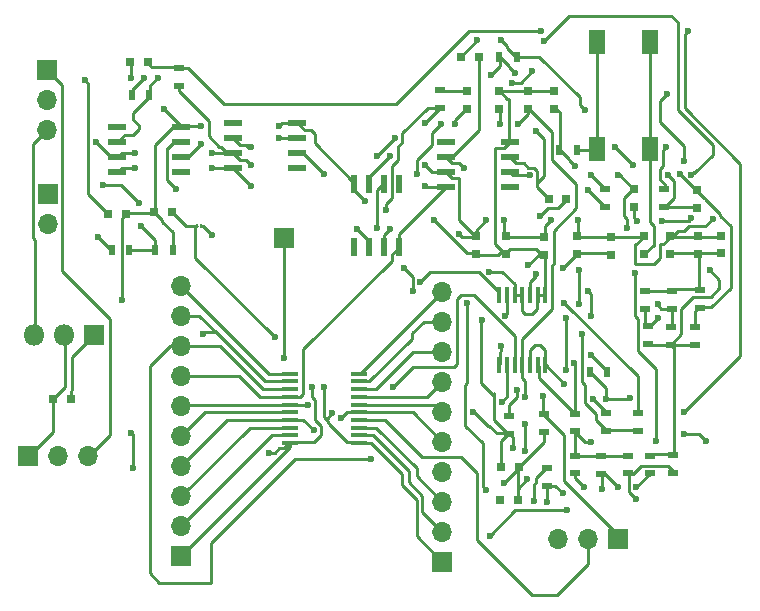
<source format=gtl>
G04 #@! TF.FileFunction,Copper,L1,Top,Signal*
%FSLAX46Y46*%
G04 Gerber Fmt 4.6, Leading zero omitted, Abs format (unit mm)*
G04 Created by KiCad (PCBNEW 4.0.4-stable) date 11/20/17 17:19:46*
%MOMM*%
%LPD*%
G01*
G04 APERTURE LIST*
%ADD10C,0.100000*%
%ADD11R,0.750000X0.800000*%
%ADD12R,0.800000X0.750000*%
%ADD13R,0.280000X0.300000*%
%ADD14R,1.700000X1.700000*%
%ADD15O,1.700000X1.700000*%
%ADD16R,0.450000X1.450000*%
%ADD17R,0.500000X0.900000*%
%ADD18R,0.900000X0.500000*%
%ADD19R,1.400000X2.100000*%
%ADD20R,1.800000X1.800000*%
%ADD21O,1.800000X1.800000*%
%ADD22R,1.450000X0.450000*%
%ADD23R,1.550000X0.600000*%
%ADD24R,0.600000X1.550000*%
%ADD25C,0.600000*%
%ADD26C,0.250000*%
G04 APERTURE END LIST*
D10*
D11*
X164274500Y-112510000D03*
X164274500Y-111010000D03*
X157226000Y-98627500D03*
X157226000Y-100127500D03*
D12*
X154875800Y-133311900D03*
X156375800Y-133311900D03*
X118529800Y-124752100D03*
X117029800Y-124752100D03*
D11*
X159448500Y-98627500D03*
X159448500Y-100127500D03*
X166166800Y-108458700D03*
X166166800Y-106958700D03*
X169227500Y-112446500D03*
X169227500Y-110946500D03*
D12*
X123506800Y-96202500D03*
X125006800Y-96202500D03*
D11*
X167068500Y-112446500D03*
X167068500Y-110946500D03*
D12*
X154926600Y-130492500D03*
X156426600Y-130492500D03*
X160465200Y-107759500D03*
X158965200Y-107759500D03*
D11*
X154781250Y-98659250D03*
X154781250Y-100159250D03*
X161353500Y-112446500D03*
X161353500Y-110946500D03*
X152781000Y-112446500D03*
X152781000Y-110946500D03*
D12*
X153023000Y-95758000D03*
X151523000Y-95758000D03*
D11*
X152019000Y-100127500D03*
X152019000Y-98627500D03*
D12*
X123152600Y-109029500D03*
X121652600Y-109029500D03*
D11*
X158559500Y-112510000D03*
X158559500Y-111010000D03*
X173545500Y-112383000D03*
X173545500Y-110883000D03*
X171475400Y-108509500D03*
X171475400Y-107009500D03*
X155321000Y-112446500D03*
X155321000Y-110946500D03*
X171640500Y-112446500D03*
X171640500Y-110946500D03*
D12*
X125564200Y-108927900D03*
X127064200Y-108927900D03*
D13*
X129159000Y-110096300D03*
X129549000Y-110096300D03*
D14*
X116468359Y-96889499D03*
D15*
X116468359Y-99429499D03*
X116468359Y-101969499D03*
D14*
X114884200Y-129552700D03*
D15*
X117424200Y-129552700D03*
X119964200Y-129552700D03*
D14*
X149936200Y-138493500D03*
D15*
X149936200Y-135953500D03*
X149936200Y-133413500D03*
X149936200Y-130873500D03*
X149936200Y-128333500D03*
X149936200Y-125793500D03*
X149936200Y-123253500D03*
X149936200Y-120713500D03*
X149936200Y-118173500D03*
X149936200Y-115633500D03*
D14*
X164846000Y-136588500D03*
D15*
X162306000Y-136588500D03*
X159766000Y-136588500D03*
D14*
X116532859Y-107381999D03*
D15*
X116532859Y-109921999D03*
D14*
X127838200Y-138010900D03*
D15*
X127838200Y-135470900D03*
X127838200Y-132930900D03*
X127838200Y-130390900D03*
X127838200Y-127850900D03*
X127838200Y-125310900D03*
X127838200Y-122770900D03*
X127838200Y-120230900D03*
X127838200Y-117690900D03*
X127838200Y-115150900D03*
D14*
X136575800Y-111061500D03*
D16*
X158668000Y-115934700D03*
X158018000Y-115934700D03*
X157368000Y-115934700D03*
X156718000Y-115934700D03*
X156068000Y-115934700D03*
X155418000Y-115934700D03*
X154768000Y-115934700D03*
X154768000Y-121834700D03*
X155418000Y-121834700D03*
X156068000Y-121834700D03*
X156718000Y-121834700D03*
X157368000Y-121834700D03*
X158018000Y-121834700D03*
X158668000Y-121834700D03*
D17*
X159854200Y-103619300D03*
X161354200Y-103619300D03*
D18*
X158521400Y-127508700D03*
X158521400Y-126008700D03*
D17*
X121957400Y-112077500D03*
X123457400Y-112077500D03*
X125665800Y-112077500D03*
X127165800Y-112077500D03*
D18*
X169494200Y-129463100D03*
X169494200Y-130963100D03*
X165684200Y-131013900D03*
X165684200Y-129513900D03*
D17*
X125159200Y-99021900D03*
X123659200Y-99021900D03*
D18*
X127635000Y-98197100D03*
X127635000Y-96697100D03*
X161163000Y-125957900D03*
X161163000Y-127457900D03*
X163804600Y-125907100D03*
X163804600Y-127407100D03*
X166547800Y-127407100D03*
X166547800Y-125907100D03*
X169291000Y-120142700D03*
X169291000Y-118642700D03*
X169392600Y-117094700D03*
X169392600Y-115594700D03*
X163753800Y-108458700D03*
X163753800Y-106958700D03*
X167335200Y-120066500D03*
X167335200Y-118566500D03*
X167081200Y-117094700D03*
X167081200Y-115594700D03*
X149733000Y-100076700D03*
X149733000Y-98576700D03*
D17*
X154761500Y-95758000D03*
X156261500Y-95758000D03*
X163919600Y-122466100D03*
X162419600Y-122466100D03*
D18*
X167563800Y-129513900D03*
X167563800Y-131013900D03*
X163398200Y-131064700D03*
X163398200Y-129564700D03*
X168757600Y-108458700D03*
X168757600Y-106958700D03*
X171323000Y-120142700D03*
X171323000Y-118642700D03*
X171729400Y-116993100D03*
X171729400Y-115493100D03*
X161163000Y-131013900D03*
X161163000Y-129513900D03*
X158775400Y-130580700D03*
X158775400Y-132080700D03*
X155575000Y-126186500D03*
X155575000Y-127686500D03*
D19*
X167513000Y-94488000D03*
X167513000Y-103588000D03*
X163013000Y-94488000D03*
X163013000Y-103588000D03*
D20*
X120472200Y-119265700D03*
D21*
X117932200Y-119265700D03*
X115392200Y-119265700D03*
D22*
X142929400Y-128439100D03*
X142929400Y-127789100D03*
X142929400Y-127139100D03*
X142929400Y-126489100D03*
X142929400Y-125839100D03*
X142929400Y-125189100D03*
X142929400Y-124539100D03*
X142929400Y-123889100D03*
X142929400Y-123239100D03*
X142929400Y-122589100D03*
X137029400Y-122589100D03*
X137029400Y-123239100D03*
X137029400Y-123889100D03*
X137029400Y-124539100D03*
X137029400Y-125189100D03*
X137029400Y-125839100D03*
X137029400Y-126489100D03*
X137029400Y-127139100D03*
X137029400Y-127789100D03*
X137029400Y-128439100D03*
D23*
X127845800Y-105473500D03*
X127845800Y-104203500D03*
X127845800Y-102933500D03*
X127845800Y-101663500D03*
X122445800Y-101663500D03*
X122445800Y-102933500D03*
X122445800Y-104203500D03*
X122445800Y-105473500D03*
X155658800Y-106794300D03*
X155658800Y-105524300D03*
X155658800Y-104254300D03*
X155658800Y-102984300D03*
X150258800Y-102984300D03*
X150258800Y-104254300D03*
X150258800Y-105524300D03*
X150258800Y-106794300D03*
X137624800Y-105168700D03*
X137624800Y-103898700D03*
X137624800Y-102628700D03*
X137624800Y-101358700D03*
X132224800Y-101358700D03*
X132224800Y-102628700D03*
X132224800Y-103898700D03*
X132224800Y-105168700D03*
D24*
X146304000Y-106481900D03*
X145034000Y-106481900D03*
X143764000Y-106481900D03*
X142494000Y-106481900D03*
X142494000Y-111881900D03*
X143764000Y-111881900D03*
X145034000Y-111881900D03*
X146304000Y-111881900D03*
D25*
X153339800Y-118021100D03*
X153924000Y-113957100D03*
X152527000Y-125857000D03*
X155956000Y-128905000D03*
X162560000Y-128397000D03*
X157226000Y-113411000D03*
X160147000Y-113665000D03*
X129540000Y-101600000D03*
X136144000Y-101600000D03*
X149225000Y-109601000D03*
X143383000Y-107950000D03*
X122809000Y-116332000D03*
X126365000Y-100203000D03*
X172593000Y-113792000D03*
X172847000Y-109474000D03*
X161417000Y-109601000D03*
X159131000Y-109601000D03*
X155194000Y-109601000D03*
X153670000Y-109601000D03*
X130429000Y-103886000D03*
X123952000Y-103886000D03*
X151384000Y-110744000D03*
X145542000Y-110363000D03*
X148463000Y-104902000D03*
X133731000Y-104902000D03*
X120650000Y-102997000D03*
X157149800Y-131533900D03*
X155194000Y-131826000D03*
X154813000Y-101473000D03*
X156337000Y-101473000D03*
X156972000Y-129159000D03*
X156972000Y-126873000D03*
X156972000Y-124587000D03*
X141351000Y-126365000D03*
X161163000Y-105029000D03*
X161544000Y-113792000D03*
X161544000Y-116713000D03*
X160401000Y-117856000D03*
X160401000Y-122301000D03*
X158496000Y-124460000D03*
X124460000Y-110045500D03*
X124256800Y-108089700D03*
X121183400Y-106591100D03*
X168960800Y-98920300D03*
X166471600Y-109613700D03*
X168579800Y-109613700D03*
X170992800Y-109435900D03*
X170408600Y-104584500D03*
X165608000Y-110236000D03*
X166243000Y-114046000D03*
X168021000Y-128270000D03*
X166370000Y-133223000D03*
X127381000Y-106934000D03*
X164846000Y-105791000D03*
X123571000Y-97536000D03*
X125857000Y-97536000D03*
X158318200Y-93560900D03*
X161137600Y-121704100D03*
X170434000Y-127723900D03*
X172237400Y-128308100D03*
X158242000Y-109220000D03*
X162306000Y-115570000D03*
X162560000Y-117729000D03*
X161798000Y-119253000D03*
X168173400Y-116700300D03*
X171018200Y-105727500D03*
X157861000Y-102044500D03*
X155854400Y-97929700D03*
X157556200Y-96964500D03*
X158572200Y-94399100D03*
X162306000Y-107061000D03*
X151765000Y-105156000D03*
X168249600Y-117868700D03*
X162026600Y-100291900D03*
X154940000Y-94361000D03*
X152908000Y-94361000D03*
X151003000Y-101473000D03*
X145923000Y-102616000D03*
X144399000Y-104140000D03*
X119659400Y-97701100D03*
X170789600Y-93586300D03*
X170408600Y-125818900D03*
X165862000Y-124650500D03*
X163830000Y-124714000D03*
X163449000Y-132334000D03*
X164846000Y-132207000D03*
X166370000Y-132207000D03*
X169037000Y-105791000D03*
X166116000Y-104902000D03*
X164592000Y-103378000D03*
X133731000Y-103378000D03*
X170053000Y-105664000D03*
X145542000Y-104140000D03*
X139954000Y-123698000D03*
X135763000Y-119507000D03*
X156235400Y-123964700D03*
X140589000Y-125945900D03*
X130429000Y-110871000D03*
X157734000Y-133350000D03*
X135255000Y-129286000D03*
X138938000Y-123698000D03*
X136525000Y-121285000D03*
X142748000Y-110363000D03*
X120777000Y-110998000D03*
X123774200Y-130568700D03*
X123621800Y-127571500D03*
X145745200Y-123736100D03*
X154990800Y-124955300D03*
X139065000Y-127381000D03*
X154940000Y-120269000D03*
X138557000Y-125222000D03*
X130429000Y-105156000D03*
X123952000Y-105156000D03*
X148463000Y-106680000D03*
X133731000Y-106680000D03*
X155295600Y-117665500D03*
X160477200Y-134150100D03*
X153949400Y-136334500D03*
X143916400Y-129781300D03*
X148082000Y-114820700D03*
X129667000Y-119189500D03*
X157861000Y-114173000D03*
X160274000Y-116586000D03*
X162687000Y-124714000D03*
X160274000Y-123444000D03*
X129540000Y-103124000D03*
X124714000Y-97536000D03*
X162560000Y-105791000D03*
X157353000Y-105791000D03*
X145161000Y-108712000D03*
X146685000Y-113665000D03*
X147447000Y-115570000D03*
X162560000Y-121031000D03*
X136144000Y-102616000D03*
X148463000Y-101346000D03*
X156083000Y-97155000D03*
X168910000Y-103378000D03*
X139954000Y-105664000D03*
X147828000Y-105664000D03*
X149860000Y-101473000D03*
X154051000Y-97282000D03*
X158775400Y-133413500D03*
X153670000Y-132397500D03*
X160147000Y-132715000D03*
X161925000Y-132207000D03*
X144399000Y-110236000D03*
X152019000Y-116598700D03*
D26*
X139134850Y-103066850D02*
X139134850Y-102279450D01*
X138811000Y-101981000D02*
X138303000Y-101981000D01*
X138303000Y-101981000D02*
X137668000Y-101346000D01*
X138836400Y-101981000D02*
X138811000Y-101981000D01*
X139134850Y-102279450D02*
X138836400Y-101981000D01*
X142494000Y-106426000D02*
X139134850Y-103066850D01*
X156718000Y-117081300D02*
X156718000Y-117284500D01*
X157988000Y-117094000D02*
X157988000Y-115951000D01*
X157543500Y-117538500D02*
X157988000Y-117094000D01*
X156972000Y-117538500D02*
X157543500Y-117538500D01*
X156718000Y-117284500D02*
X156972000Y-117538500D01*
X156068000Y-115934700D02*
X156068000Y-114983500D01*
X153238200Y-123405900D02*
X154305000Y-124472700D01*
X153238200Y-118122700D02*
X153238200Y-123405900D01*
X153339800Y-118021100D02*
X153238200Y-118122700D01*
X155041600Y-113957100D02*
X153924000Y-113957100D01*
X156068000Y-114983500D02*
X155041600Y-113957100D01*
X152527000Y-125857000D02*
X152654000Y-125857000D01*
X152654000Y-125857000D02*
X153797000Y-127000000D01*
X153797000Y-127000000D02*
X153924000Y-127000000D01*
X153924000Y-127000000D02*
X154559000Y-127635000D01*
X154559000Y-127635000D02*
X155575000Y-127635000D01*
X155575000Y-127635000D02*
X155575000Y-127686500D01*
X125564200Y-108927900D02*
X125603000Y-108966000D01*
X125603000Y-108966000D02*
X126238000Y-109601000D01*
X126238000Y-109601000D02*
X126238000Y-109728000D01*
X126238000Y-109728000D02*
X127127000Y-110617000D01*
X127127000Y-110617000D02*
X127127000Y-112141000D01*
X127127000Y-112141000D02*
X127165800Y-112077500D01*
X155575000Y-127686500D02*
X155575000Y-127635000D01*
X155575000Y-127635000D02*
X155956000Y-128016000D01*
X155956000Y-128016000D02*
X155956000Y-128905000D01*
X162560000Y-128397000D02*
X162052000Y-128397000D01*
X162052000Y-128397000D02*
X161163000Y-127508000D01*
X161163000Y-127508000D02*
X161163000Y-127457900D01*
X155575000Y-127686500D02*
X155575000Y-127635000D01*
X155575000Y-127635000D02*
X154940000Y-128270000D01*
X154940000Y-128270000D02*
X154940000Y-130556000D01*
X154940000Y-130556000D02*
X154926600Y-130492500D01*
X158559500Y-112510000D02*
X158623000Y-112522000D01*
X158623000Y-112522000D02*
X158369000Y-112522000D01*
X158369000Y-112522000D02*
X157861000Y-112014000D01*
X157861000Y-112014000D02*
X155702000Y-112014000D01*
X155702000Y-112014000D02*
X155321000Y-112395000D01*
X155321000Y-112395000D02*
X155321000Y-112446500D01*
X161353500Y-112446500D02*
X161417000Y-112395000D01*
X161417000Y-112395000D02*
X164211000Y-112395000D01*
X164211000Y-112395000D02*
X164338000Y-112522000D01*
X164338000Y-112522000D02*
X164274500Y-112510000D01*
X158559500Y-112510000D02*
X158623000Y-112522000D01*
X158623000Y-112522000D02*
X158115000Y-112522000D01*
X158115000Y-112522000D02*
X157226000Y-113411000D01*
X160147000Y-113665000D02*
X161417000Y-112395000D01*
X161417000Y-112395000D02*
X161353500Y-112446500D01*
X171640500Y-112446500D02*
X171704000Y-112395000D01*
X171704000Y-112395000D02*
X171704000Y-115443000D01*
X171704000Y-115443000D02*
X171729400Y-115493100D01*
X125564200Y-108927900D02*
X125603000Y-108966000D01*
X125603000Y-108966000D02*
X123317000Y-108966000D01*
X123317000Y-108966000D02*
X123190000Y-109093000D01*
X123190000Y-109093000D02*
X123152600Y-109029500D01*
X171729400Y-115493100D02*
X171704000Y-115443000D01*
X171704000Y-115443000D02*
X169545000Y-115443000D01*
X169545000Y-115443000D02*
X169418000Y-115570000D01*
X169418000Y-115570000D02*
X169392600Y-115594700D01*
X155321000Y-112446500D02*
X155321000Y-112395000D01*
X155321000Y-112395000D02*
X154813000Y-112395000D01*
X154813000Y-112395000D02*
X154686000Y-112522000D01*
X154686000Y-112522000D02*
X152908000Y-112522000D01*
X152908000Y-112522000D02*
X152781000Y-112395000D01*
X152781000Y-112395000D02*
X152781000Y-112446500D01*
X169227500Y-112446500D02*
X169291000Y-112395000D01*
X169291000Y-112395000D02*
X171704000Y-112395000D01*
X171704000Y-112395000D02*
X171640500Y-112446500D01*
X154781250Y-98659250D02*
X154813000Y-98679000D01*
X154813000Y-98679000D02*
X157226000Y-98679000D01*
X157226000Y-98679000D02*
X157226000Y-98627500D01*
X161163000Y-129513900D02*
X161163000Y-129540000D01*
X161163000Y-129540000D02*
X163449000Y-129540000D01*
X163449000Y-129540000D02*
X163398200Y-129564700D01*
X157226000Y-98627500D02*
X157226000Y-98679000D01*
X157226000Y-98679000D02*
X159512000Y-98679000D01*
X159512000Y-98679000D02*
X159448500Y-98627500D01*
X169392600Y-115594700D02*
X169418000Y-115570000D01*
X169418000Y-115570000D02*
X167132000Y-115570000D01*
X167132000Y-115570000D02*
X167081200Y-115594700D01*
X163398200Y-129564700D02*
X163449000Y-129540000D01*
X163449000Y-129540000D02*
X165735000Y-129540000D01*
X165735000Y-129540000D02*
X165684200Y-129513900D01*
X161163000Y-127457900D02*
X161163000Y-129513900D01*
X171640500Y-112446500D02*
X171704000Y-112395000D01*
X171704000Y-112395000D02*
X173609000Y-112395000D01*
X173609000Y-112395000D02*
X173545500Y-112383000D01*
X155575000Y-127686500D02*
X155575000Y-127635000D01*
X155575000Y-127635000D02*
X155448000Y-127635000D01*
X155448000Y-127635000D02*
X154305000Y-126492000D01*
X154305000Y-126492000D02*
X154305000Y-124472700D01*
X154305000Y-124472700D02*
X154305000Y-124206000D01*
X156083000Y-115951000D02*
X156068000Y-115934700D01*
X158668000Y-115934700D02*
X158623000Y-115951000D01*
X158623000Y-115951000D02*
X158623000Y-112522000D01*
X158623000Y-112522000D02*
X158559500Y-112510000D01*
X156718000Y-115934700D02*
X156718000Y-117081300D01*
X156718000Y-117081300D02*
X156718000Y-117094000D01*
X157988000Y-115951000D02*
X158018000Y-115934700D01*
X158018000Y-115934700D02*
X157988000Y-115951000D01*
X157988000Y-115951000D02*
X158623000Y-115951000D01*
X158623000Y-115951000D02*
X158668000Y-115934700D01*
X156068000Y-115934700D02*
X156083000Y-115951000D01*
X156083000Y-115951000D02*
X156718000Y-115951000D01*
X156718000Y-115951000D02*
X156718000Y-115934700D01*
X127845800Y-101663500D02*
X127889000Y-101727000D01*
X127889000Y-101727000D02*
X127127000Y-101727000D01*
X127127000Y-101727000D02*
X125603000Y-103251000D01*
X125603000Y-103251000D02*
X125603000Y-108966000D01*
X125603000Y-108966000D02*
X125564200Y-108927900D01*
X137624800Y-101358700D02*
X137668000Y-101346000D01*
X137668000Y-101346000D02*
X136398000Y-101346000D01*
X129540000Y-101600000D02*
X128016000Y-101600000D01*
X136398000Y-101346000D02*
X136144000Y-101600000D01*
X128016000Y-101600000D02*
X127889000Y-101727000D01*
X127889000Y-101727000D02*
X127845800Y-101663500D01*
X152781000Y-112446500D02*
X152781000Y-112395000D01*
X152781000Y-112395000D02*
X152019000Y-112395000D01*
X152019000Y-112395000D02*
X149225000Y-109601000D01*
X143383000Y-107950000D02*
X142494000Y-107061000D01*
X142494000Y-107061000D02*
X142494000Y-106481900D01*
X142494000Y-106481900D02*
X142494000Y-106426000D01*
X137668000Y-101346000D02*
X137624800Y-101358700D01*
X155321000Y-112446500D02*
X155321000Y-112395000D01*
X155321000Y-112395000D02*
X155194000Y-112395000D01*
X155194000Y-112395000D02*
X154432000Y-111633000D01*
X154432000Y-111633000D02*
X154432000Y-103505000D01*
X154432000Y-103505000D02*
X155194000Y-103505000D01*
X155194000Y-103505000D02*
X155702000Y-102997000D01*
X155702000Y-102997000D02*
X155658800Y-102984300D01*
X155658800Y-102984300D02*
X155702000Y-102997000D01*
X155702000Y-102997000D02*
X155575000Y-102870000D01*
X155575000Y-102870000D02*
X155575000Y-99314000D01*
X155575000Y-99314000D02*
X155448000Y-99314000D01*
X155448000Y-99314000D02*
X154813000Y-98679000D01*
X154813000Y-98679000D02*
X154781250Y-98659250D01*
X167068500Y-112446500D02*
X167132000Y-112395000D01*
X167132000Y-112395000D02*
X167767000Y-111760000D01*
X167767000Y-111760000D02*
X167894000Y-111760000D01*
X167894000Y-111760000D02*
X167894000Y-110109000D01*
X167894000Y-110109000D02*
X167513000Y-109728000D01*
X167513000Y-109728000D02*
X167513000Y-103588000D01*
X167513000Y-103588000D02*
X167513000Y-94488000D01*
X123152600Y-109029500D02*
X123190000Y-109093000D01*
X123190000Y-109093000D02*
X122809000Y-109474000D01*
X122809000Y-109474000D02*
X122809000Y-116332000D01*
X120472200Y-119265700D02*
X120523000Y-119253000D01*
X120523000Y-119253000D02*
X118618000Y-121158000D01*
X118618000Y-121158000D02*
X118618000Y-123952000D01*
X118618000Y-123952000D02*
X118491000Y-124079000D01*
X118491000Y-124079000D02*
X118491000Y-124714000D01*
X118491000Y-124714000D02*
X118529800Y-124752100D01*
X127845800Y-101663500D02*
X127889000Y-101727000D01*
X127889000Y-101727000D02*
X126365000Y-100203000D01*
X142929400Y-125189100D02*
X149331800Y-125189100D01*
X149331800Y-125189100D02*
X149936200Y-125793500D01*
X172593000Y-116078000D02*
X172681900Y-116078000D01*
X169291000Y-120142000D02*
X170180000Y-119253000D01*
X170180000Y-117094000D02*
X170180000Y-119253000D01*
X171196000Y-116078000D02*
X170180000Y-117094000D01*
X172593000Y-116078000D02*
X171196000Y-116078000D01*
X172212000Y-110109000D02*
X172847000Y-109474000D01*
X170815000Y-110109000D02*
X172212000Y-110109000D01*
X170434000Y-110490000D02*
X170815000Y-110109000D01*
X169926000Y-110490000D02*
X170434000Y-110490000D01*
X169926000Y-110490000D02*
X169418000Y-110998000D01*
X173405800Y-114604800D02*
X172593000Y-113792000D01*
X173405800Y-115354100D02*
X173405800Y-114604800D01*
X172681900Y-116078000D02*
X173405800Y-115354100D01*
X169291000Y-120142700D02*
X169291000Y-120142000D01*
X169291000Y-120142000D02*
X169545000Y-120396000D01*
X169545000Y-120396000D02*
X169545000Y-129413000D01*
X169545000Y-129413000D02*
X169494200Y-129463100D01*
X169227500Y-110946500D02*
X169291000Y-110998000D01*
X169291000Y-110998000D02*
X169418000Y-110998000D01*
X169291000Y-120142000D02*
X169291000Y-120142700D01*
X158559500Y-111010000D02*
X158623000Y-110998000D01*
X158623000Y-110998000D02*
X155321000Y-110998000D01*
X155321000Y-110998000D02*
X155321000Y-110946500D01*
X161353500Y-110946500D02*
X161417000Y-110998000D01*
X161417000Y-110998000D02*
X164338000Y-110998000D01*
X164338000Y-110998000D02*
X164274500Y-111010000D01*
X161353500Y-110946500D02*
X161417000Y-110998000D01*
X161417000Y-110998000D02*
X161417000Y-109601000D01*
X159131000Y-109601000D02*
X158623000Y-110109000D01*
X158623000Y-110109000D02*
X158623000Y-110998000D01*
X158623000Y-110998000D02*
X158559500Y-111010000D01*
X164274500Y-111010000D02*
X164338000Y-110998000D01*
X164338000Y-110998000D02*
X167132000Y-110998000D01*
X167132000Y-110998000D02*
X167068500Y-110946500D01*
X155321000Y-110946500D02*
X155321000Y-110998000D01*
X155321000Y-110998000D02*
X155194000Y-110871000D01*
X155194000Y-110871000D02*
X155194000Y-109601000D01*
X153670000Y-109601000D02*
X152781000Y-110490000D01*
X152781000Y-110490000D02*
X152781000Y-110946500D01*
X169227500Y-110946500D02*
X169291000Y-110998000D01*
X169291000Y-110998000D02*
X171704000Y-110998000D01*
X171704000Y-110998000D02*
X171640500Y-110946500D01*
X169494200Y-129463100D02*
X169545000Y-129413000D01*
X169545000Y-129413000D02*
X167640000Y-129413000D01*
X167640000Y-129413000D02*
X167513000Y-129540000D01*
X167513000Y-129540000D02*
X167563800Y-129513900D01*
X171640500Y-110946500D02*
X171704000Y-110998000D01*
X171704000Y-110998000D02*
X173482000Y-110998000D01*
X173482000Y-110998000D02*
X173609000Y-110871000D01*
X173609000Y-110871000D02*
X173545500Y-110883000D01*
X169291000Y-120142700D02*
X169291000Y-120142000D01*
X169291000Y-120142000D02*
X167513000Y-120142000D01*
X167513000Y-120142000D02*
X167386000Y-120015000D01*
X167386000Y-120015000D02*
X167335200Y-120066500D01*
X167068500Y-110946500D02*
X167132000Y-110998000D01*
X167132000Y-110998000D02*
X167005000Y-110998000D01*
X167005000Y-110998000D02*
X166370000Y-111633000D01*
X166370000Y-111633000D02*
X166243000Y-111633000D01*
X166243000Y-111633000D02*
X166243000Y-113284000D01*
X166243000Y-113284000D02*
X167894000Y-113284000D01*
X167894000Y-113284000D02*
X168402000Y-112776000D01*
X168402000Y-112776000D02*
X168402000Y-111633000D01*
X168402000Y-111633000D02*
X168656000Y-111633000D01*
X168656000Y-111633000D02*
X169291000Y-110998000D01*
X169291000Y-110998000D02*
X169227500Y-110946500D01*
X169291000Y-120142700D02*
X169291000Y-120142000D01*
X169291000Y-120142000D02*
X171323000Y-120142000D01*
X171323000Y-120142000D02*
X171323000Y-120142700D01*
X132224800Y-103898700D02*
X132207000Y-103886000D01*
X132207000Y-103886000D02*
X131699000Y-103886000D01*
X131699000Y-103886000D02*
X131191000Y-103378000D01*
X131191000Y-103378000D02*
X131064000Y-103378000D01*
X131064000Y-103378000D02*
X130175000Y-102489000D01*
X130175000Y-102489000D02*
X130175000Y-101219000D01*
X130175000Y-101219000D02*
X127635000Y-98679000D01*
X127635000Y-98679000D02*
X127635000Y-98197100D01*
X132224800Y-103898700D02*
X132207000Y-103886000D01*
X132207000Y-103886000D02*
X130429000Y-103886000D01*
X123952000Y-103886000D02*
X122809000Y-103886000D01*
X122809000Y-103886000D02*
X122428000Y-104267000D01*
X122428000Y-104267000D02*
X122445800Y-104203500D01*
X152781000Y-110946500D02*
X152781000Y-110998000D01*
X152781000Y-110998000D02*
X151638000Y-110998000D01*
X151638000Y-110998000D02*
X151384000Y-110744000D01*
X145542000Y-110363000D02*
X145034000Y-110871000D01*
X145034000Y-110871000D02*
X145034000Y-111881900D01*
X150258800Y-105524300D02*
X150241000Y-105537000D01*
X150241000Y-105537000D02*
X149098000Y-105537000D01*
X149098000Y-105537000D02*
X148463000Y-104902000D01*
X133731000Y-104902000D02*
X133350000Y-104521000D01*
X133350000Y-104521000D02*
X132842000Y-104521000D01*
X132842000Y-104521000D02*
X132207000Y-103886000D01*
X132207000Y-103886000D02*
X132224800Y-103898700D01*
X152781000Y-110946500D02*
X152781000Y-110998000D01*
X152781000Y-110998000D02*
X151384000Y-109601000D01*
X151384000Y-109601000D02*
X151384000Y-106045000D01*
X151384000Y-106045000D02*
X150749000Y-106045000D01*
X150749000Y-106045000D02*
X150241000Y-105537000D01*
X150241000Y-105537000D02*
X150258800Y-105524300D01*
X116468359Y-101969499D02*
X116459000Y-101981000D01*
X116459000Y-101981000D02*
X115316000Y-103124000D01*
X115316000Y-103124000D02*
X115316000Y-111125000D01*
X115316000Y-111125000D02*
X115443000Y-111252000D01*
X115443000Y-111252000D02*
X115443000Y-119253000D01*
X115443000Y-119253000D02*
X115392200Y-119265700D01*
X122445800Y-104203500D02*
X122428000Y-104267000D01*
X122428000Y-104267000D02*
X121920000Y-104267000D01*
X121920000Y-104267000D02*
X120650000Y-102997000D01*
X158521400Y-127508700D02*
X158521400Y-128397700D01*
X158521400Y-128397700D02*
X156426600Y-130492500D01*
X156337000Y-132321300D02*
X156362400Y-132321300D01*
X156362400Y-132321300D02*
X157149800Y-131533900D01*
X156426600Y-130492500D02*
X156464000Y-130556000D01*
X156464000Y-130556000D02*
X155194000Y-131826000D01*
X156426600Y-130492500D02*
X156464000Y-130556000D01*
X156464000Y-130556000D02*
X156337000Y-130683000D01*
X156337000Y-130683000D02*
X156337000Y-132321300D01*
X156337000Y-132321300D02*
X156337000Y-133350000D01*
X156337000Y-133350000D02*
X156375800Y-133311900D01*
X154781250Y-100159250D02*
X154813000Y-100203000D01*
X154813000Y-100203000D02*
X154813000Y-101473000D01*
X156337000Y-101473000D02*
X157226000Y-100584000D01*
X157226000Y-100584000D02*
X157226000Y-100127500D01*
X157226000Y-100127500D02*
X157226000Y-100076000D01*
X157226000Y-100076000D02*
X159258000Y-102108000D01*
X159258000Y-102108000D02*
X159258000Y-104521000D01*
X159258000Y-104521000D02*
X161290000Y-106553000D01*
X161290000Y-106553000D02*
X161290000Y-108585000D01*
X161290000Y-108585000D02*
X159385000Y-110490000D01*
X159385000Y-110490000D02*
X159385000Y-113284000D01*
X159385000Y-113284000D02*
X159258000Y-113411000D01*
X159258000Y-113411000D02*
X159258000Y-117094000D01*
X159258000Y-117094000D02*
X156718000Y-119634000D01*
X156718000Y-119634000D02*
X156718000Y-121834700D01*
X156718000Y-121834700D02*
X156718000Y-122936000D01*
X156972000Y-126873000D02*
X156972000Y-129159000D01*
X156972000Y-123190000D02*
X156972000Y-124587000D01*
X156718000Y-122936000D02*
X156972000Y-123190000D01*
X158496000Y-127508000D02*
X158521400Y-127508700D01*
X142929400Y-125839100D02*
X142875000Y-125857000D01*
X142875000Y-125857000D02*
X141859000Y-125857000D01*
X141859000Y-125857000D02*
X141351000Y-126365000D01*
X142929400Y-125839100D02*
X147441800Y-125839100D01*
X147441800Y-125839100D02*
X149936200Y-128333500D01*
X114884200Y-129552700D02*
X114935000Y-129540000D01*
X114935000Y-129540000D02*
X116967000Y-127508000D01*
X116967000Y-127508000D02*
X116967000Y-124714000D01*
X116967000Y-124714000D02*
X117029800Y-124752100D01*
X117029800Y-124752100D02*
X116967000Y-124714000D01*
X116967000Y-124714000D02*
X117983000Y-123698000D01*
X117983000Y-123698000D02*
X117983000Y-119253000D01*
X117983000Y-119253000D02*
X117932200Y-119265700D01*
X159854200Y-103619300D02*
X159893000Y-103632000D01*
X159893000Y-103632000D02*
X160655000Y-104394000D01*
X160655000Y-104394000D02*
X160655000Y-104521000D01*
X160655000Y-104521000D02*
X161163000Y-105029000D01*
X161544000Y-113792000D02*
X161544000Y-116713000D01*
X160401000Y-117856000D02*
X160401000Y-122301000D01*
X158496000Y-124460000D02*
X158496000Y-125984000D01*
X158496000Y-125984000D02*
X158521400Y-126008700D01*
X159448500Y-100127500D02*
X159512000Y-100076000D01*
X159512000Y-100076000D02*
X159893000Y-100457000D01*
X159893000Y-100457000D02*
X159893000Y-103632000D01*
X159893000Y-103632000D02*
X159854200Y-103619300D01*
X158521400Y-126008700D02*
X158496000Y-125984000D01*
X158496000Y-125984000D02*
X160274000Y-127762000D01*
X160274000Y-127762000D02*
X160274000Y-131699000D01*
X160274000Y-131699000D02*
X164846000Y-136271000D01*
X164846000Y-136271000D02*
X164846000Y-136588500D01*
X168351200Y-100774500D02*
X168351200Y-101231700D01*
X125665800Y-111251300D02*
X124460000Y-110045500D01*
X124256800Y-108089700D02*
X122758200Y-106591100D01*
X122758200Y-106591100D02*
X121183400Y-106591100D01*
X168960800Y-98920300D02*
X168351200Y-99529900D01*
X168351200Y-99529900D02*
X168351200Y-100774500D01*
X125665800Y-112077500D02*
X125665800Y-111251300D01*
X166166800Y-109308900D02*
X166166800Y-108458700D01*
X166471600Y-109613700D02*
X166166800Y-109308900D01*
X170815000Y-109613700D02*
X168579800Y-109613700D01*
X170992800Y-109435900D02*
X170815000Y-109613700D01*
X170408600Y-103289100D02*
X170408600Y-104584500D01*
X168351200Y-101231700D02*
X170408600Y-103289100D01*
X123457400Y-112077500D02*
X123444000Y-112141000D01*
X123444000Y-112141000D02*
X125603000Y-112141000D01*
X125603000Y-112141000D02*
X125665800Y-112077500D01*
X166166800Y-106958700D02*
X166116000Y-106934000D01*
X166116000Y-106934000D02*
X165354000Y-107696000D01*
X165354000Y-107696000D02*
X165354000Y-109220000D01*
X165354000Y-109220000D02*
X165608000Y-109474000D01*
X165608000Y-109474000D02*
X165608000Y-110236000D01*
X166243000Y-114046000D02*
X166243000Y-117729000D01*
X166243000Y-117729000D02*
X166497000Y-117983000D01*
X166497000Y-117983000D02*
X166497000Y-120650000D01*
X166497000Y-120650000D02*
X168021000Y-122174000D01*
X168021000Y-122174000D02*
X168021000Y-128270000D01*
X166370000Y-133223000D02*
X165735000Y-132588000D01*
X165735000Y-132588000D02*
X165735000Y-131064000D01*
X165735000Y-131064000D02*
X165684200Y-131013900D01*
X165684200Y-131013900D02*
X165735000Y-131064000D01*
X165735000Y-131064000D02*
X166116000Y-131064000D01*
X166116000Y-131064000D02*
X166751000Y-130429000D01*
X166751000Y-130429000D02*
X169037000Y-130429000D01*
X169037000Y-130429000D02*
X169545000Y-130937000D01*
X169545000Y-130937000D02*
X169494200Y-130963100D01*
X127845800Y-102933500D02*
X127889000Y-102997000D01*
X127889000Y-102997000D02*
X127254000Y-102997000D01*
X127254000Y-102997000D02*
X126746000Y-103505000D01*
X126746000Y-103505000D02*
X126619000Y-103505000D01*
X126619000Y-103505000D02*
X126619000Y-106172000D01*
X126619000Y-106172000D02*
X127381000Y-106934000D01*
X164846000Y-105791000D02*
X164973000Y-105791000D01*
X164973000Y-105791000D02*
X166116000Y-106934000D01*
X166116000Y-106934000D02*
X166166800Y-106958700D01*
X123571000Y-102362000D02*
X123786900Y-102362000D01*
X122428000Y-102997000D02*
X123063000Y-102362000D01*
X123571000Y-102362000D02*
X123063000Y-102362000D01*
X124307600Y-100012500D02*
X124307600Y-99974400D01*
X123799600Y-100520500D02*
X124307600Y-100012500D01*
X123799600Y-101079300D02*
X123799600Y-100520500D01*
X124282200Y-101561900D02*
X123799600Y-101079300D01*
X124282200Y-101866700D02*
X124282200Y-101561900D01*
X123786900Y-102362000D02*
X124282200Y-101866700D01*
X123506800Y-96202500D02*
X123444000Y-96266000D01*
X123444000Y-96266000D02*
X123571000Y-96393000D01*
X123571000Y-96393000D02*
X123571000Y-97536000D01*
X125857000Y-97536000D02*
X125222000Y-98171000D01*
X125222000Y-98171000D02*
X125222000Y-99060000D01*
X125222000Y-99060000D02*
X125159200Y-99021900D01*
X125159200Y-99021900D02*
X125222000Y-99060000D01*
X125222000Y-99060000D02*
X124307600Y-99974400D01*
X122428000Y-102997000D02*
X122445800Y-102933500D01*
X128434400Y-96697100D02*
X131470400Y-99733100D01*
X131470400Y-99733100D02*
X145999200Y-99733100D01*
X145999200Y-99733100D02*
X152171400Y-93560900D01*
X152171400Y-93560900D02*
X158318200Y-93560900D01*
X127635000Y-96697100D02*
X128434400Y-96697100D01*
X161163000Y-121729500D02*
X161163000Y-125957900D01*
X161137600Y-121704100D02*
X161163000Y-121729500D01*
X171653200Y-127723900D02*
X170434000Y-127723900D01*
X172237400Y-128308100D02*
X171653200Y-127723900D01*
X127635000Y-96697100D02*
X127635000Y-96647000D01*
X127635000Y-96647000D02*
X125349000Y-96647000D01*
X125349000Y-96647000D02*
X124968000Y-96266000D01*
X124968000Y-96266000D02*
X125006800Y-96202500D01*
X158018000Y-121834700D02*
X157988000Y-121793000D01*
X157988000Y-121793000D02*
X158115000Y-121920000D01*
X158115000Y-121920000D02*
X158115000Y-122936000D01*
X158115000Y-122936000D02*
X161163000Y-125984000D01*
X161163000Y-125984000D02*
X161163000Y-125957900D01*
X160465200Y-107759500D02*
X160528000Y-107823000D01*
X160528000Y-107823000D02*
X159766000Y-108585000D01*
X159766000Y-108585000D02*
X158877000Y-108585000D01*
X158877000Y-108585000D02*
X158242000Y-109220000D01*
X162306000Y-115570000D02*
X162560000Y-115824000D01*
X162560000Y-115824000D02*
X162560000Y-117729000D01*
X161798000Y-119253000D02*
X161798000Y-123317000D01*
X161798000Y-123317000D02*
X162052000Y-123571000D01*
X162052000Y-123571000D02*
X162052000Y-125095000D01*
X162052000Y-125095000D02*
X162941000Y-125984000D01*
X162941000Y-125984000D02*
X162941000Y-126492000D01*
X162941000Y-126492000D02*
X163830000Y-127381000D01*
X163830000Y-127381000D02*
X163804600Y-127407100D01*
X163804600Y-127407100D02*
X163830000Y-127381000D01*
X163830000Y-127381000D02*
X166497000Y-127381000D01*
X166497000Y-127381000D02*
X166547800Y-127407100D01*
X171361100Y-105511600D02*
X171234100Y-105511600D01*
X168466200Y-117094700D02*
X168173400Y-116801900D01*
X168173400Y-116801900D02*
X168173400Y-116700300D01*
X168466200Y-117094700D02*
X169392600Y-117094700D01*
X171234100Y-105511600D02*
X171018200Y-105727500D01*
X158013400Y-106337100D02*
X157988000Y-106337100D01*
X157988000Y-106362500D02*
X158013400Y-106337100D01*
X157988000Y-106413300D02*
X157988000Y-106362500D01*
X158546800Y-105854500D02*
X157988000Y-106413300D01*
X158546800Y-102730300D02*
X158546800Y-105854500D01*
X157861000Y-102044500D02*
X158546800Y-102730300D01*
X156591000Y-97929700D02*
X155854400Y-97929700D01*
X157556200Y-96964500D02*
X156591000Y-97929700D01*
X160705800Y-92265500D02*
X158572200Y-94399100D01*
X169316400Y-92265500D02*
X160705800Y-92265500D01*
X169875200Y-92824300D02*
X169316400Y-92265500D01*
X169875200Y-100266500D02*
X169875200Y-92824300D01*
X172847000Y-103238300D02*
X169875200Y-100266500D01*
X172847000Y-104025700D02*
X172847000Y-103238300D01*
X171323000Y-105549700D02*
X171361100Y-105511600D01*
X171361100Y-105511600D02*
X172847000Y-104025700D01*
X169291000Y-118642700D02*
X169291000Y-118618000D01*
X169291000Y-118618000D02*
X169418000Y-118491000D01*
X169418000Y-118491000D02*
X169418000Y-117094000D01*
X169418000Y-117094000D02*
X169392600Y-117094700D01*
X158965200Y-107759500D02*
X159004000Y-107823000D01*
X159004000Y-107823000D02*
X157988000Y-106807000D01*
X157988000Y-106807000D02*
X157988000Y-106337100D01*
X157988000Y-106337100D02*
X157988000Y-105410000D01*
X156210000Y-104775000D02*
X155702000Y-104267000D01*
X156845000Y-104775000D02*
X156210000Y-104775000D01*
X157226000Y-105156000D02*
X156845000Y-104775000D01*
X157734000Y-105156000D02*
X157226000Y-105156000D01*
X157988000Y-105410000D02*
X157734000Y-105156000D01*
X155702000Y-104267000D02*
X155658800Y-104254300D01*
X163753800Y-108458700D02*
X163703000Y-108458000D01*
X163703000Y-108458000D02*
X162306000Y-107061000D01*
X151765000Y-105156000D02*
X151384000Y-104775000D01*
X151384000Y-104775000D02*
X150749000Y-104775000D01*
X150749000Y-104775000D02*
X150241000Y-104267000D01*
X150241000Y-104267000D02*
X150258800Y-104254300D01*
X150258800Y-104254300D02*
X150241000Y-104267000D01*
X150241000Y-104267000D02*
X150749000Y-104267000D01*
X150749000Y-104267000D02*
X153035000Y-101981000D01*
X153035000Y-101981000D02*
X153035000Y-95758000D01*
X153035000Y-95758000D02*
X153023000Y-95758000D01*
X156261500Y-95758000D02*
X158153100Y-95758000D01*
X168249600Y-117868700D02*
X167551800Y-118566500D01*
X161569400Y-99834700D02*
X162026600Y-100291900D01*
X161569400Y-99174300D02*
X161569400Y-99834700D01*
X158153100Y-95758000D02*
X161569400Y-99174300D01*
X167551800Y-118566500D02*
X167335200Y-118566500D01*
X156261500Y-95758000D02*
X156210000Y-95758000D01*
X156210000Y-95758000D02*
X155448000Y-94996000D01*
X155448000Y-94996000D02*
X155448000Y-94869000D01*
X155448000Y-94869000D02*
X154940000Y-94361000D01*
X152908000Y-94361000D02*
X151511000Y-95758000D01*
X151511000Y-95758000D02*
X151523000Y-95758000D01*
X167335200Y-118566500D02*
X167386000Y-118618000D01*
X167386000Y-118618000D02*
X167132000Y-118364000D01*
X167132000Y-118364000D02*
X167132000Y-117094000D01*
X167132000Y-117094000D02*
X167081200Y-117094700D01*
X152019000Y-100127500D02*
X152019000Y-100076000D01*
X152019000Y-100076000D02*
X151003000Y-101092000D01*
X151003000Y-101092000D02*
X151003000Y-101473000D01*
X145923000Y-102616000D02*
X144399000Y-104140000D01*
X152019000Y-98627500D02*
X152019000Y-98679000D01*
X152019000Y-98679000D02*
X149860000Y-98679000D01*
X149860000Y-98679000D02*
X149733000Y-98552000D01*
X149733000Y-98552000D02*
X149733000Y-98576700D01*
X163830000Y-124714000D02*
X165798500Y-124714000D01*
X119989600Y-107366500D02*
X121652600Y-109029500D01*
X119989600Y-98031300D02*
X119989600Y-107366500D01*
X119659400Y-97701100D02*
X119989600Y-98031300D01*
X170459400Y-93916500D02*
X170789600Y-93586300D01*
X170459400Y-100088700D02*
X170459400Y-93916500D01*
X175183800Y-104813100D02*
X170459400Y-100088700D01*
X175183800Y-121043700D02*
X175183800Y-104813100D01*
X170408600Y-125818900D02*
X175183800Y-121043700D01*
X165798500Y-124714000D02*
X165862000Y-124650500D01*
X162419600Y-122466100D02*
X162433000Y-122428000D01*
X162433000Y-122428000D02*
X163830000Y-123825000D01*
X163830000Y-123825000D02*
X163830000Y-124714000D01*
X163449000Y-132334000D02*
X163449000Y-131064000D01*
X163449000Y-131064000D02*
X163398200Y-131064700D01*
X163398200Y-131064700D02*
X163449000Y-131064000D01*
X163449000Y-131064000D02*
X163703000Y-131064000D01*
X163703000Y-131064000D02*
X164846000Y-132207000D01*
X166370000Y-132207000D02*
X167513000Y-131064000D01*
X167513000Y-131064000D02*
X167563800Y-131013900D01*
X171475400Y-108509500D02*
X171450000Y-108458000D01*
X171450000Y-108458000D02*
X168783000Y-108458000D01*
X168783000Y-108458000D02*
X168757600Y-108458700D01*
X168757600Y-108458700D02*
X168783000Y-108458000D01*
X168783000Y-108458000D02*
X169545000Y-107696000D01*
X169545000Y-107696000D02*
X169545000Y-106299000D01*
X169545000Y-106299000D02*
X169037000Y-105791000D01*
X166116000Y-104902000D02*
X164592000Y-103378000D01*
X133731000Y-103378000D02*
X133477000Y-103378000D01*
X133477000Y-103378000D02*
X133350000Y-103251000D01*
X133350000Y-103251000D02*
X132842000Y-103251000D01*
X132842000Y-103251000D02*
X132207000Y-102616000D01*
X132207000Y-102616000D02*
X132224800Y-102628700D01*
X171729400Y-116993100D02*
X171704000Y-116967000D01*
X171704000Y-116967000D02*
X172720000Y-116967000D01*
X172720000Y-116967000D02*
X174371000Y-115316000D01*
X174371000Y-115316000D02*
X174371000Y-110109000D01*
X174371000Y-110109000D02*
X173482000Y-109220000D01*
X173482000Y-109220000D02*
X173482000Y-109093000D01*
X173482000Y-109093000D02*
X172212000Y-107823000D01*
X172212000Y-107823000D02*
X172212000Y-107696000D01*
X172212000Y-107696000D02*
X172085000Y-107696000D01*
X172085000Y-107696000D02*
X171450000Y-107061000D01*
X171450000Y-107061000D02*
X171475400Y-107009500D01*
X171729400Y-116993100D02*
X171704000Y-116967000D01*
X171704000Y-116967000D02*
X171323000Y-117348000D01*
X171323000Y-117348000D02*
X171323000Y-118642700D01*
X171475400Y-107009500D02*
X171450000Y-107061000D01*
X171450000Y-107061000D02*
X170053000Y-105664000D01*
X145542000Y-104140000D02*
X143764000Y-105918000D01*
X143764000Y-105918000D02*
X143764000Y-106481900D01*
X129032000Y-112776000D02*
X129032000Y-110109000D01*
X129159000Y-110109000D02*
X128270000Y-110109000D01*
X129032000Y-110109000D02*
X129159000Y-110109000D01*
X127127000Y-108966000D02*
X128270000Y-110109000D01*
X139954000Y-126238000D02*
X139954000Y-123698000D01*
X135763000Y-119507000D02*
X129032000Y-112776000D01*
X139954000Y-126238000D02*
X140011150Y-126295150D01*
X155575000Y-126186500D02*
X155575000Y-125209300D01*
X155575000Y-125209300D02*
X156235400Y-124548900D01*
X156235400Y-124548900D02*
X156235400Y-123964700D01*
X140589000Y-125945900D02*
X140239750Y-126295150D01*
X140239750Y-126295150D02*
X140011150Y-126295150D01*
X142929400Y-128439100D02*
X142875000Y-128397000D01*
X142875000Y-128397000D02*
X141859000Y-128397000D01*
X140208000Y-126492000D02*
X140011150Y-126295150D01*
X140208000Y-126619000D02*
X140208000Y-126492000D01*
X140335000Y-126746000D02*
X140208000Y-126619000D01*
X140335000Y-126873000D02*
X140335000Y-126746000D01*
X141859000Y-128397000D02*
X140335000Y-126873000D01*
X129159000Y-110109000D02*
X129159000Y-110096300D01*
X129159000Y-110096300D02*
X129159000Y-110109000D01*
X127127000Y-108966000D02*
X127064200Y-108927900D01*
X142929400Y-128439100D02*
X143945800Y-128439100D01*
X147777200Y-136334500D02*
X149936200Y-138493500D01*
X147777200Y-133235700D02*
X147777200Y-136334500D01*
X146558000Y-132016500D02*
X147777200Y-133235700D01*
X146558000Y-131051300D02*
X146558000Y-132016500D01*
X143945800Y-128439100D02*
X146558000Y-131051300D01*
X130429000Y-110871000D02*
X129667000Y-110109000D01*
X129667000Y-110109000D02*
X129540000Y-110109000D01*
X158775400Y-130580700D02*
X158750000Y-130556000D01*
X158750000Y-130556000D02*
X157861000Y-131445000D01*
X157861000Y-131445000D02*
X157861000Y-131826000D01*
X157861000Y-131826000D02*
X157734000Y-131953000D01*
X157734000Y-131953000D02*
X157734000Y-133350000D01*
X135255000Y-129286000D02*
X135763000Y-129286000D01*
X135763000Y-129286000D02*
X136144000Y-128905000D01*
X136144000Y-128905000D02*
X136525000Y-128905000D01*
X136525000Y-128905000D02*
X137033000Y-128397000D01*
X137033000Y-128397000D02*
X137029400Y-128439100D01*
X137029400Y-128439100D02*
X137033000Y-128397000D01*
X137033000Y-128397000D02*
X139065000Y-128397000D01*
X139065000Y-128397000D02*
X139700000Y-127762000D01*
X139700000Y-127762000D02*
X139700000Y-127000000D01*
X139700000Y-127000000D02*
X139192000Y-126492000D01*
X139192000Y-126492000D02*
X139192000Y-124841000D01*
X139192000Y-124841000D02*
X138938000Y-124587000D01*
X138938000Y-124587000D02*
X138938000Y-123698000D01*
X136525000Y-121285000D02*
X136525000Y-111125000D01*
X136525000Y-111125000D02*
X136575800Y-111061500D01*
X129540000Y-110109000D02*
X129549000Y-110096300D01*
X142748000Y-110363000D02*
X143764000Y-111379000D01*
X143764000Y-111379000D02*
X143764000Y-111881900D01*
X137029400Y-128439100D02*
X137029400Y-128819700D01*
X137029400Y-128819700D02*
X127838200Y-138010900D01*
X119964200Y-129552700D02*
X120015000Y-129540000D01*
X120015000Y-129540000D02*
X121793000Y-127762000D01*
X121793000Y-127762000D02*
X121793000Y-117983000D01*
X121793000Y-117983000D02*
X117729000Y-113919000D01*
X117729000Y-113919000D02*
X117729000Y-98171000D01*
X117729000Y-98171000D02*
X116459000Y-96901000D01*
X116459000Y-96901000D02*
X116468359Y-96889499D01*
X142929400Y-127789100D02*
X144083200Y-127789100D01*
X148259800Y-134277100D02*
X149936200Y-135953500D01*
X148259800Y-132905500D02*
X148259800Y-134277100D01*
X147116800Y-131762500D02*
X148259800Y-132905500D01*
X147116800Y-130822700D02*
X147116800Y-131762500D01*
X144083200Y-127789100D02*
X147116800Y-130822700D01*
X142929400Y-127139100D02*
X144347600Y-127139100D01*
X147802600Y-131279900D02*
X149936200Y-133413500D01*
X147802600Y-130594100D02*
X147802600Y-131279900D01*
X144347600Y-127139100D02*
X147802600Y-130594100D01*
X142929400Y-124539100D02*
X148650600Y-124539100D01*
X148650600Y-124539100D02*
X149936200Y-123253500D01*
X142929400Y-123889100D02*
X144322200Y-123889100D01*
X147497800Y-120713500D02*
X149936200Y-120713500D01*
X144322200Y-123889100D02*
X147497800Y-120713500D01*
X142929400Y-123239100D02*
X143778400Y-123239100D01*
X148386800Y-118173500D02*
X149936200Y-118173500D01*
X147396200Y-119164100D02*
X148386800Y-118173500D01*
X147396200Y-119621300D02*
X147396200Y-119164100D01*
X143778400Y-123239100D02*
X147396200Y-119621300D01*
X142929400Y-122589100D02*
X142980600Y-122589100D01*
X142980600Y-122589100D02*
X149936200Y-115633500D01*
X157581600Y-141312900D02*
X159664400Y-141312900D01*
X145094600Y-126489100D02*
X148209000Y-129603500D01*
X148209000Y-129603500D02*
X151561800Y-129603500D01*
X151561800Y-129603500D02*
X152908000Y-130949700D01*
X152908000Y-130949700D02*
X152908000Y-136639300D01*
X152908000Y-136639300D02*
X157581600Y-141312900D01*
X142929400Y-126489100D02*
X145094600Y-126489100D01*
X162306000Y-138671300D02*
X162306000Y-136588500D01*
X159664400Y-141312900D02*
X162306000Y-138671300D01*
X120777000Y-110998000D02*
X121920000Y-112141000D01*
X121920000Y-112141000D02*
X121957400Y-112077500D01*
X137029400Y-127789100D02*
X135520000Y-127789100D01*
X135520000Y-127789100D02*
X127838200Y-135470900D01*
X156068000Y-121834700D02*
X156068000Y-119352300D01*
X123774200Y-127723900D02*
X123774200Y-130568700D01*
X123621800Y-127571500D02*
X123774200Y-127723900D01*
X147472400Y-122008900D02*
X145745200Y-123736100D01*
X150926800Y-122008900D02*
X147472400Y-122008900D01*
X151180800Y-121754900D02*
X150926800Y-122008900D01*
X151180800Y-116243100D02*
X151180800Y-121754900D01*
X151536400Y-115887500D02*
X151180800Y-116243100D01*
X152603200Y-115887500D02*
X151536400Y-115887500D01*
X156068000Y-119352300D02*
X152603200Y-115887500D01*
X137029400Y-127139100D02*
X133630000Y-127139100D01*
X133630000Y-127139100D02*
X127838200Y-132930900D01*
X155448000Y-122936000D02*
X155448000Y-121793000D01*
X155448000Y-124498100D02*
X155448000Y-122936000D01*
X154990800Y-124955300D02*
X155448000Y-124498100D01*
X155418000Y-121834700D02*
X155448000Y-121793000D01*
X139065000Y-127381000D02*
X138176000Y-126492000D01*
X138176000Y-126492000D02*
X137033000Y-126492000D01*
X137033000Y-126492000D02*
X137029400Y-126489100D01*
X137029400Y-126489100D02*
X131740000Y-126489100D01*
X131740000Y-126489100D02*
X127838200Y-130390900D01*
X137029400Y-125839100D02*
X129850000Y-125839100D01*
X129850000Y-125839100D02*
X127838200Y-127850900D01*
X154768000Y-121834700D02*
X154813000Y-121793000D01*
X154813000Y-121793000D02*
X154813000Y-120777000D01*
X154813000Y-120777000D02*
X154940000Y-120650000D01*
X154940000Y-120650000D02*
X154940000Y-120269000D01*
X138557000Y-125222000D02*
X137033000Y-125222000D01*
X137033000Y-125222000D02*
X137029400Y-125189100D01*
X137029400Y-125189100D02*
X127960000Y-125189100D01*
X127960000Y-125189100D02*
X127838200Y-125310900D01*
X137029400Y-124539100D02*
X137906400Y-124539100D01*
X145669000Y-113030000D02*
X138176000Y-120523000D01*
X145669000Y-112522000D02*
X145669000Y-113030000D01*
X145669000Y-112522000D02*
X146304000Y-111887000D01*
X138176000Y-124269500D02*
X138176000Y-120523000D01*
X137906400Y-124539100D02*
X138176000Y-124269500D01*
X132224800Y-105168700D02*
X132207000Y-105156000D01*
X132207000Y-105156000D02*
X130429000Y-105156000D01*
X123952000Y-105156000D02*
X122809000Y-105156000D01*
X122809000Y-105156000D02*
X122428000Y-105537000D01*
X122428000Y-105537000D02*
X122445800Y-105473500D01*
X146304000Y-111881900D02*
X146304000Y-111887000D01*
X137160000Y-124460000D02*
X137033000Y-124587000D01*
X137033000Y-124587000D02*
X137029400Y-124539100D01*
X150258800Y-106794300D02*
X150241000Y-106807000D01*
X150241000Y-106807000D02*
X148590000Y-106807000D01*
X148590000Y-106807000D02*
X148463000Y-106680000D01*
X133731000Y-106680000D02*
X132207000Y-105156000D01*
X132207000Y-105156000D02*
X132224800Y-105168700D01*
X150258800Y-106794300D02*
X150241000Y-106807000D01*
X150241000Y-106807000D02*
X146304000Y-110744000D01*
X146304000Y-110744000D02*
X146304000Y-111881900D01*
X137029400Y-124539100D02*
X134508600Y-124539100D01*
X132740400Y-122770900D02*
X127838200Y-122770900D01*
X134508600Y-124539100D02*
X132740400Y-122770900D01*
X130327400Y-140271500D02*
X130403600Y-140195300D01*
X125984000Y-140271500D02*
X130327400Y-140271500D01*
X125171200Y-139458700D02*
X125984000Y-140271500D01*
X127838200Y-120230900D02*
X126898400Y-120230900D01*
X155418000Y-117543100D02*
X155418000Y-115934700D01*
X155295600Y-117665500D02*
X155418000Y-117543100D01*
X156133800Y-134150100D02*
X160477200Y-134150100D01*
X153949400Y-136334500D02*
X156133800Y-134150100D01*
X137515600Y-129781300D02*
X143916400Y-129781300D01*
X130403600Y-136893300D02*
X137515600Y-129781300D01*
X130403600Y-140195300D02*
X130403600Y-136893300D01*
X125171200Y-121958100D02*
X125171200Y-139458700D01*
X126898400Y-120230900D02*
X125171200Y-121958100D01*
X137029400Y-123889100D02*
X134747600Y-123889100D01*
X131089400Y-120230900D02*
X127838200Y-120230900D01*
X134747600Y-123889100D02*
X131089400Y-120230900D01*
X130759200Y-119087900D02*
X129768600Y-119087900D01*
X153035000Y-113957100D02*
X154768000Y-115690100D01*
X148945600Y-113957100D02*
X153035000Y-113957100D01*
X148082000Y-114820700D02*
X148945600Y-113957100D01*
X129768600Y-119087900D02*
X129667000Y-119189500D01*
X154768000Y-115690100D02*
X154768000Y-115934700D01*
X137029400Y-123239100D02*
X134910400Y-123239100D01*
X129362200Y-117690900D02*
X127838200Y-117690900D01*
X134910400Y-123239100D02*
X130759200Y-119087900D01*
X130759200Y-119087900D02*
X129362200Y-117690900D01*
X137029400Y-122589100D02*
X135276400Y-122589100D01*
X135276400Y-122589100D02*
X127838200Y-115150900D01*
X157368000Y-115934700D02*
X157353000Y-115951000D01*
X157353000Y-115951000D02*
X157353000Y-114808000D01*
X157353000Y-114808000D02*
X157861000Y-114300000D01*
X157861000Y-114300000D02*
X157861000Y-114173000D01*
X160274000Y-116586000D02*
X166497000Y-122809000D01*
X166497000Y-122809000D02*
X166497000Y-125857000D01*
X166497000Y-125857000D02*
X166547800Y-125907100D01*
X157353000Y-120777000D02*
X157353000Y-120611900D01*
X157353000Y-121793000D02*
X157353000Y-120777000D01*
X158623000Y-120777000D02*
X158623000Y-121793000D01*
X158623000Y-120561100D02*
X158623000Y-120777000D01*
X158216600Y-120154700D02*
X158623000Y-120561100D01*
X157810200Y-120154700D02*
X158216600Y-120154700D01*
X157353000Y-120611900D02*
X157810200Y-120154700D01*
X158668000Y-121834700D02*
X158623000Y-121793000D01*
X158623000Y-121793000D02*
X160274000Y-123444000D01*
X162687000Y-124714000D02*
X163830000Y-125857000D01*
X163830000Y-125857000D02*
X163804600Y-125907100D01*
X158668000Y-121834700D02*
X158623000Y-121793000D01*
X157353000Y-121793000D02*
X157368000Y-121834700D01*
X163013000Y-94488000D02*
X163068000Y-94488000D01*
X163068000Y-94488000D02*
X163068000Y-103632000D01*
X163068000Y-103632000D02*
X163013000Y-103588000D01*
X163013000Y-103588000D02*
X163068000Y-103632000D01*
X163068000Y-103632000D02*
X161417000Y-103632000D01*
X161417000Y-103632000D02*
X161354200Y-103619300D01*
X127845800Y-104203500D02*
X127889000Y-104267000D01*
X127889000Y-104267000D02*
X128397000Y-104267000D01*
X128397000Y-104267000D02*
X129540000Y-103124000D01*
X124714000Y-97536000D02*
X123698000Y-98552000D01*
X123698000Y-98552000D02*
X123698000Y-99060000D01*
X123698000Y-99060000D02*
X123659200Y-99021900D01*
X163753800Y-106958700D02*
X163703000Y-106934000D01*
X163703000Y-106934000D02*
X162560000Y-105791000D01*
X157353000Y-105791000D02*
X155956000Y-105791000D01*
X155956000Y-105791000D02*
X155702000Y-105537000D01*
X155702000Y-105537000D02*
X155658800Y-105524300D01*
X149733000Y-100076700D02*
X149733000Y-100076000D01*
X149733000Y-100076000D02*
X148717000Y-100076000D01*
X148717000Y-100076000D02*
X146558000Y-102235000D01*
X146558000Y-102235000D02*
X146558000Y-102997000D01*
X146558000Y-102997000D02*
X146177000Y-103378000D01*
X146177000Y-103378000D02*
X146177000Y-104521000D01*
X146177000Y-104521000D02*
X145669000Y-105029000D01*
X145669000Y-105029000D02*
X145669000Y-107696000D01*
X145669000Y-107696000D02*
X145161000Y-108204000D01*
X145161000Y-108204000D02*
X145161000Y-108712000D01*
X146685000Y-113665000D02*
X147447000Y-114427000D01*
X147447000Y-114427000D02*
X147447000Y-115570000D01*
X162560000Y-121031000D02*
X163957000Y-122428000D01*
X163957000Y-122428000D02*
X163919600Y-122466100D01*
X137624800Y-102628700D02*
X137668000Y-102616000D01*
X137668000Y-102616000D02*
X136144000Y-102616000D01*
X148463000Y-101346000D02*
X149733000Y-100076000D01*
X149733000Y-100076000D02*
X149733000Y-100076700D01*
X154761500Y-95758000D02*
X154813000Y-95758000D01*
X154813000Y-95758000D02*
X155575000Y-96520000D01*
X155575000Y-96520000D02*
X155575000Y-96647000D01*
X155575000Y-96647000D02*
X156083000Y-97155000D01*
X168910000Y-103378000D02*
X168656000Y-103632000D01*
X168656000Y-103632000D02*
X168656000Y-105029000D01*
X168656000Y-105029000D02*
X168402000Y-105283000D01*
X168402000Y-105283000D02*
X168402000Y-106172000D01*
X168402000Y-106172000D02*
X168783000Y-106553000D01*
X168783000Y-106553000D02*
X168783000Y-106934000D01*
X168783000Y-106934000D02*
X168757600Y-106958700D01*
X137624800Y-103898700D02*
X137668000Y-103886000D01*
X137668000Y-103886000D02*
X138176000Y-103886000D01*
X138176000Y-103886000D02*
X139954000Y-105664000D01*
X147828000Y-105664000D02*
X147828000Y-104521000D01*
X147828000Y-104521000D02*
X149098000Y-103251000D01*
X149098000Y-103251000D02*
X149098000Y-102235000D01*
X149098000Y-102235000D02*
X149860000Y-101473000D01*
X154051000Y-97282000D02*
X154813000Y-96520000D01*
X154813000Y-96520000D02*
X154813000Y-95758000D01*
X154813000Y-95758000D02*
X154761500Y-95758000D01*
X152019000Y-122720100D02*
X152019000Y-123355100D01*
X153670000Y-132397500D02*
X153365200Y-132092700D01*
X153365200Y-132092700D02*
X153365200Y-128485900D01*
X153365200Y-128485900D02*
X151866600Y-126987300D01*
X151866600Y-126987300D02*
X151866600Y-123507500D01*
X158775400Y-133413500D02*
X158775400Y-132080700D01*
X152019000Y-123355100D02*
X151866600Y-123507500D01*
X158775400Y-132080700D02*
X158750000Y-132080000D01*
X158750000Y-132080000D02*
X159512000Y-132080000D01*
X159512000Y-132080000D02*
X160147000Y-132715000D01*
X161925000Y-132207000D02*
X161163000Y-131445000D01*
X161163000Y-131445000D02*
X161163000Y-131013900D01*
X144399000Y-107061000D02*
X144399000Y-110236000D01*
X144399000Y-107061000D02*
X145034000Y-106426000D01*
X152019000Y-122745500D02*
X152019000Y-122720100D01*
X152019000Y-122720100D02*
X152019000Y-116598700D01*
X145034000Y-106481900D02*
X145034000Y-106426000D01*
M02*

</source>
